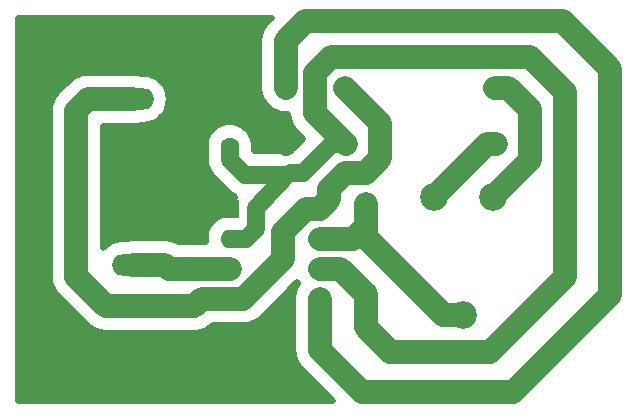
<source format=gbr>
G04 #@! TF.GenerationSoftware,KiCad,Pcbnew,(5.1.5)-3*
G04 #@! TF.CreationDate,2021-05-08T16:50:11+02:00*
G04 #@! TF.ProjectId,probador-servomotores,70726f62-6164-46f7-922d-736572766f6d,rev?*
G04 #@! TF.SameCoordinates,Original*
G04 #@! TF.FileFunction,Copper,L2,Bot*
G04 #@! TF.FilePolarity,Positive*
%FSLAX46Y46*%
G04 Gerber Fmt 4.6, Leading zero omitted, Abs format (unit mm)*
G04 Created by KiCad (PCBNEW (5.1.5)-3) date 2021-05-08 16:50:11*
%MOMM*%
%LPD*%
G04 APERTURE LIST*
%ADD10O,3.600000X1.800000*%
%ADD11C,0.100000*%
%ADD12C,1.600000*%
%ADD13R,1.600000X1.600000*%
%ADD14O,1.600000X1.600000*%
%ADD15C,2.340000*%
%ADD16C,0.250000*%
%ADD17C,1.500000*%
%ADD18C,2.000000*%
%ADD19C,0.500000*%
G04 APERTURE END LIST*
D10*
X137584000Y-44000000D03*
G04 #@! TA.AperFunction,ComponentPad*
D11*
G36*
X139158504Y-46601204D02*
G01*
X139182773Y-46604804D01*
X139206571Y-46610765D01*
X139229671Y-46619030D01*
X139251849Y-46629520D01*
X139272893Y-46642133D01*
X139292598Y-46656747D01*
X139310777Y-46673223D01*
X139327253Y-46691402D01*
X139341867Y-46711107D01*
X139354480Y-46732151D01*
X139364970Y-46754329D01*
X139373235Y-46777429D01*
X139379196Y-46801227D01*
X139382796Y-46825496D01*
X139384000Y-46850000D01*
X139384000Y-48150000D01*
X139382796Y-48174504D01*
X139379196Y-48198773D01*
X139373235Y-48222571D01*
X139364970Y-48245671D01*
X139354480Y-48267849D01*
X139341867Y-48288893D01*
X139327253Y-48308598D01*
X139310777Y-48326777D01*
X139292598Y-48343253D01*
X139272893Y-48357867D01*
X139251849Y-48370480D01*
X139229671Y-48380970D01*
X139206571Y-48389235D01*
X139182773Y-48395196D01*
X139158504Y-48398796D01*
X139134000Y-48400000D01*
X136034000Y-48400000D01*
X136009496Y-48398796D01*
X135985227Y-48395196D01*
X135961429Y-48389235D01*
X135938329Y-48380970D01*
X135916151Y-48370480D01*
X135895107Y-48357867D01*
X135875402Y-48343253D01*
X135857223Y-48326777D01*
X135840747Y-48308598D01*
X135826133Y-48288893D01*
X135813520Y-48267849D01*
X135803030Y-48245671D01*
X135794765Y-48222571D01*
X135788804Y-48198773D01*
X135785204Y-48174504D01*
X135784000Y-48150000D01*
X135784000Y-46850000D01*
X135785204Y-46825496D01*
X135788804Y-46801227D01*
X135794765Y-46777429D01*
X135803030Y-46754329D01*
X135813520Y-46732151D01*
X135826133Y-46711107D01*
X135840747Y-46691402D01*
X135857223Y-46673223D01*
X135875402Y-46656747D01*
X135895107Y-46642133D01*
X135916151Y-46629520D01*
X135938329Y-46619030D01*
X135961429Y-46610765D01*
X135985227Y-46604804D01*
X136009496Y-46601204D01*
X136034000Y-46600000D01*
X139134000Y-46600000D01*
X139158504Y-46601204D01*
G37*
G04 #@! TD.AperFunction*
D12*
X145794000Y-43000000D03*
X145794000Y-48000000D03*
X150544000Y-43000000D03*
X150544000Y-48000000D03*
D13*
X157294000Y-60500000D03*
D14*
X157294000Y-52880000D03*
D12*
X155544000Y-43000000D03*
D14*
X168244000Y-43000000D03*
X155594000Y-47750000D03*
D12*
X168294000Y-47750000D03*
D15*
X168044000Y-52250000D03*
X165544000Y-62250000D03*
X163044000Y-52250000D03*
D13*
X145794000Y-53250000D03*
D14*
X153414000Y-60870000D03*
X145794000Y-55790000D03*
X153414000Y-58330000D03*
X145794000Y-58330000D03*
X153414000Y-55790000D03*
X145794000Y-60870000D03*
X153414000Y-53250000D03*
G04 #@! TA.AperFunction,ComponentPad*
D11*
G36*
X139158504Y-60601204D02*
G01*
X139182773Y-60604804D01*
X139206571Y-60610765D01*
X139229671Y-60619030D01*
X139251849Y-60629520D01*
X139272893Y-60642133D01*
X139292598Y-60656747D01*
X139310777Y-60673223D01*
X139327253Y-60691402D01*
X139341867Y-60711107D01*
X139354480Y-60732151D01*
X139364970Y-60754329D01*
X139373235Y-60777429D01*
X139379196Y-60801227D01*
X139382796Y-60825496D01*
X139384000Y-60850000D01*
X139384000Y-62150000D01*
X139382796Y-62174504D01*
X139379196Y-62198773D01*
X139373235Y-62222571D01*
X139364970Y-62245671D01*
X139354480Y-62267849D01*
X139341867Y-62288893D01*
X139327253Y-62308598D01*
X139310777Y-62326777D01*
X139292598Y-62343253D01*
X139272893Y-62357867D01*
X139251849Y-62370480D01*
X139229671Y-62380970D01*
X139206571Y-62389235D01*
X139182773Y-62395196D01*
X139158504Y-62398796D01*
X139134000Y-62400000D01*
X136034000Y-62400000D01*
X136009496Y-62398796D01*
X135985227Y-62395196D01*
X135961429Y-62389235D01*
X135938329Y-62380970D01*
X135916151Y-62370480D01*
X135895107Y-62357867D01*
X135875402Y-62343253D01*
X135857223Y-62326777D01*
X135840747Y-62308598D01*
X135826133Y-62288893D01*
X135813520Y-62267849D01*
X135803030Y-62245671D01*
X135794765Y-62222571D01*
X135788804Y-62198773D01*
X135785204Y-62174504D01*
X135784000Y-62150000D01*
X135784000Y-60850000D01*
X135785204Y-60825496D01*
X135788804Y-60801227D01*
X135794765Y-60777429D01*
X135803030Y-60754329D01*
X135813520Y-60732151D01*
X135826133Y-60711107D01*
X135840747Y-60691402D01*
X135857223Y-60673223D01*
X135875402Y-60656747D01*
X135895107Y-60642133D01*
X135916151Y-60629520D01*
X135938329Y-60619030D01*
X135961429Y-60610765D01*
X135985227Y-60604804D01*
X136009496Y-60601204D01*
X136034000Y-60600000D01*
X139134000Y-60600000D01*
X139158504Y-60601204D01*
G37*
G04 #@! TD.AperFunction*
D10*
X137584000Y-58000000D03*
X137584000Y-54500000D03*
D16*
X145544000Y-53000000D02*
X145794000Y-53250000D01*
X143334000Y-53250000D02*
X137584000Y-47500000D01*
X145794000Y-53250000D02*
X143334000Y-53250000D01*
X141294000Y-47500000D02*
X145794000Y-43000000D01*
X137584000Y-47500000D02*
X141294000Y-47500000D01*
X145794000Y-43250000D02*
X145794000Y-43000000D01*
X150544000Y-48000000D02*
X145794000Y-43250000D01*
D17*
X137584000Y-54500000D02*
X137584000Y-47500000D01*
D18*
X155124000Y-58330000D02*
X157294000Y-60500000D01*
X153414000Y-58330000D02*
X155124000Y-58330000D01*
D17*
X152000000Y-50200000D02*
X154450000Y-47750000D01*
X147190000Y-55790000D02*
X148000000Y-54980000D01*
X145794000Y-55790000D02*
X147190000Y-55790000D01*
X151000000Y-50200000D02*
X152000000Y-50200000D01*
X148000000Y-54980000D02*
X148000000Y-53200000D01*
X145794000Y-49131370D02*
X147062630Y-50400000D01*
X147062630Y-50400000D02*
X150600000Y-50400000D01*
X145794000Y-48000000D02*
X145794000Y-49131370D01*
X148000000Y-53200000D02*
X150600000Y-50400000D01*
X150600000Y-50400000D02*
X151000000Y-50200000D01*
X154450000Y-47750000D02*
X155594000Y-47750000D01*
D18*
X157294000Y-63300000D02*
X157294000Y-60500000D01*
X174200000Y-59000000D02*
X167800000Y-65400000D01*
X159394000Y-65400000D02*
X157294000Y-63300000D01*
X167800000Y-65400000D02*
X159394000Y-65400000D01*
X174200000Y-43400000D02*
X174200000Y-59000000D01*
X153000000Y-45156000D02*
X153000000Y-41800000D01*
X171200000Y-40400000D02*
X174200000Y-43400000D01*
X153000000Y-41800000D02*
X154400000Y-40400000D01*
X155594000Y-47750000D02*
X153000000Y-45156000D01*
X154400000Y-40400000D02*
X171200000Y-40400000D01*
X150544000Y-39056000D02*
X150544000Y-43000000D01*
X152200000Y-37400000D02*
X150544000Y-39056000D01*
X174000000Y-37400000D02*
X152200000Y-37400000D01*
X153414000Y-65214000D02*
X157000000Y-68800000D01*
X169800000Y-68800000D02*
X178000000Y-60600000D01*
X178000000Y-41400000D02*
X174000000Y-37400000D01*
X157000000Y-68800000D02*
X169800000Y-68800000D01*
X153414000Y-60870000D02*
X153414000Y-65214000D01*
X178000000Y-60600000D02*
X178000000Y-41400000D01*
X153414000Y-55790000D02*
X156254000Y-55790000D01*
X157294000Y-54750000D02*
X157294000Y-52880000D01*
X156254000Y-55790000D02*
X157294000Y-54750000D01*
X157294000Y-55654629D02*
X157294000Y-52880000D01*
X165544000Y-62250000D02*
X163889371Y-62250000D01*
X163889371Y-62250000D02*
X157294000Y-55654629D01*
X145794000Y-60870000D02*
X143424000Y-60870000D01*
X142794000Y-61500000D02*
X137584000Y-61500000D01*
X143424000Y-60870000D02*
X142794000Y-61500000D01*
X132794000Y-44990000D02*
X133784000Y-44000000D01*
X133784000Y-44000000D02*
X137584000Y-44000000D01*
X135294000Y-61500000D02*
X132794000Y-59000000D01*
X132794000Y-59000000D02*
X132794000Y-44990000D01*
X137584000Y-61500000D02*
X135294000Y-61500000D01*
X146925370Y-60870000D02*
X150294000Y-57501370D01*
X145794000Y-60870000D02*
X146925370Y-60870000D01*
X152282630Y-53250000D02*
X153414000Y-53250000D01*
X150294000Y-55238630D02*
X152282630Y-53250000D01*
X150294000Y-57501370D02*
X150294000Y-55238630D01*
X154213999Y-52450001D02*
X154213999Y-51580001D01*
X153414000Y-53250000D02*
X154213999Y-52450001D01*
X154213999Y-51580001D02*
X155544000Y-50250000D01*
X155544000Y-50250000D02*
X157294000Y-50250000D01*
X157294000Y-50250000D02*
X158544000Y-49000000D01*
X158544000Y-49000000D02*
X158544000Y-46000000D01*
X158544000Y-46000000D02*
X155544000Y-43000000D01*
D16*
X137914000Y-58330000D02*
X137584000Y-58000000D01*
D18*
X137584000Y-58000000D02*
X140294000Y-58000000D01*
X140624000Y-58330000D02*
X145794000Y-58330000D01*
X140294000Y-58000000D02*
X140624000Y-58330000D01*
D16*
X167994000Y-52200000D02*
X168044000Y-52250000D01*
D18*
X169375370Y-43000000D02*
X171200000Y-44824630D01*
X168244000Y-43000000D02*
X169375370Y-43000000D01*
X171200000Y-44824630D02*
X171200000Y-49094000D01*
X171200000Y-49094000D02*
X168044000Y-52250000D01*
X167544000Y-47750000D02*
X163044000Y-52250000D01*
X168294000Y-47750000D02*
X167544000Y-47750000D01*
D19*
G36*
X149031169Y-37386851D02*
G01*
X148945312Y-37457312D01*
X148664142Y-37799919D01*
X148455214Y-38190797D01*
X148326556Y-38614924D01*
X148297215Y-38912835D01*
X148283114Y-39056000D01*
X148294000Y-39166526D01*
X148294001Y-43110528D01*
X148326557Y-43441077D01*
X148455215Y-43865204D01*
X148664143Y-44256081D01*
X148945313Y-44598688D01*
X149287920Y-44879858D01*
X149678797Y-45088786D01*
X150102924Y-45217444D01*
X150544000Y-45260886D01*
X150747471Y-45240846D01*
X150750000Y-45266525D01*
X150750000Y-45266527D01*
X150782556Y-45597076D01*
X150911214Y-46021203D01*
X151120142Y-46412081D01*
X151401312Y-46754688D01*
X151487168Y-46825148D01*
X152016797Y-47354777D01*
X151171574Y-48200000D01*
X151027197Y-48200000D01*
X150857536Y-48195380D01*
X150733342Y-48216586D01*
X150607931Y-48228938D01*
X150539588Y-48249670D01*
X150469192Y-48261690D01*
X150351509Y-48306723D01*
X150230930Y-48343301D01*
X150124853Y-48400000D01*
X147891057Y-48400000D01*
X147818942Y-48327885D01*
X147844000Y-48201907D01*
X147844000Y-47798093D01*
X147765220Y-47402037D01*
X147610686Y-47028961D01*
X147386339Y-46693201D01*
X147100799Y-46407661D01*
X146765039Y-46183314D01*
X146391963Y-46028780D01*
X145995907Y-45950000D01*
X145592093Y-45950000D01*
X145196037Y-46028780D01*
X144822961Y-46183314D01*
X144487201Y-46407661D01*
X144201661Y-46693201D01*
X143977314Y-47028961D01*
X143822780Y-47402037D01*
X143744000Y-47798093D01*
X143744000Y-48201907D01*
X143794000Y-48453275D01*
X143794000Y-49033127D01*
X143784324Y-49131370D01*
X143794000Y-49229613D01*
X143794000Y-49229623D01*
X143822938Y-49523439D01*
X143937301Y-49900440D01*
X143994757Y-50007932D01*
X144123015Y-50247886D01*
X144206885Y-50350081D01*
X144372945Y-50552426D01*
X144449260Y-50615057D01*
X145578943Y-51744739D01*
X145641574Y-51821056D01*
X145717890Y-51883687D01*
X145717892Y-51883689D01*
X145946113Y-52070986D01*
X146187483Y-52200000D01*
X146247017Y-52231821D01*
X146218695Y-52289879D01*
X146143302Y-52430930D01*
X146132470Y-52466637D01*
X146116109Y-52500177D01*
X146075372Y-52654864D01*
X146028939Y-52807931D01*
X146025281Y-52845067D01*
X146015778Y-52881153D01*
X146006003Y-53040798D01*
X146000000Y-53101747D01*
X146000000Y-53138841D01*
X145991701Y-53274381D01*
X146000000Y-53335392D01*
X146000000Y-53740814D01*
X145995907Y-53740000D01*
X145592093Y-53740000D01*
X145196037Y-53818780D01*
X144822961Y-53973314D01*
X144487201Y-54197661D01*
X144201661Y-54483201D01*
X143977314Y-54818961D01*
X143822780Y-55192037D01*
X143744000Y-55588093D01*
X143744000Y-55991907D01*
X143761523Y-56080000D01*
X141474981Y-56080000D01*
X141159204Y-55911214D01*
X140735077Y-55782556D01*
X140404528Y-55750000D01*
X140404525Y-55750000D01*
X140294000Y-55739114D01*
X140183475Y-55750000D01*
X137473472Y-55750000D01*
X137142923Y-55782556D01*
X136920591Y-55850000D01*
X136578388Y-55850000D01*
X136262526Y-55881110D01*
X135857250Y-56004049D01*
X135483745Y-56203691D01*
X135156365Y-56472365D01*
X135044000Y-56609282D01*
X135044000Y-46250000D01*
X137694528Y-46250000D01*
X138025077Y-46217444D01*
X138247409Y-46150000D01*
X138589612Y-46150000D01*
X138905474Y-46118890D01*
X139310750Y-45995951D01*
X139684255Y-45796309D01*
X140011635Y-45527635D01*
X140280309Y-45200255D01*
X140479951Y-44826750D01*
X140602890Y-44421474D01*
X140644402Y-44000000D01*
X140602890Y-43578526D01*
X140479951Y-43173250D01*
X140280309Y-42799745D01*
X140011635Y-42472365D01*
X139684255Y-42203691D01*
X139310750Y-42004049D01*
X138905474Y-41881110D01*
X138589612Y-41850000D01*
X138247409Y-41850000D01*
X138025077Y-41782556D01*
X137694528Y-41750000D01*
X133894517Y-41750000D01*
X133783999Y-41739115D01*
X133673481Y-41750000D01*
X133673472Y-41750000D01*
X133342923Y-41782556D01*
X132918796Y-41911214D01*
X132527919Y-42120142D01*
X132185312Y-42401312D01*
X132114851Y-42487169D01*
X131281164Y-43320856D01*
X131195313Y-43391312D01*
X131124857Y-43477163D01*
X131124855Y-43477165D01*
X130914142Y-43733919D01*
X130705214Y-44124797D01*
X130576557Y-44548924D01*
X130533114Y-44990000D01*
X130544001Y-45100535D01*
X130544000Y-58889474D01*
X130533114Y-59000000D01*
X130544000Y-59110525D01*
X130544000Y-59110527D01*
X130576556Y-59441076D01*
X130705214Y-59865203D01*
X130914142Y-60256081D01*
X131195312Y-60598688D01*
X131281168Y-60669148D01*
X133624856Y-63012837D01*
X133695312Y-63098688D01*
X133781163Y-63169144D01*
X133781164Y-63169145D01*
X134037918Y-63379858D01*
X134300372Y-63520142D01*
X134428796Y-63588786D01*
X134852923Y-63717444D01*
X135183472Y-63750000D01*
X135183474Y-63750000D01*
X135294000Y-63760886D01*
X135404526Y-63750000D01*
X142683475Y-63750000D01*
X142794000Y-63760886D01*
X142904525Y-63750000D01*
X142904528Y-63750000D01*
X143235077Y-63717444D01*
X143659204Y-63588786D01*
X144050081Y-63379858D01*
X144366719Y-63120000D01*
X146814845Y-63120000D01*
X146925370Y-63130886D01*
X147035895Y-63120000D01*
X147035898Y-63120000D01*
X147366447Y-63087444D01*
X147790574Y-62958786D01*
X148181451Y-62749858D01*
X148524058Y-62468688D01*
X148594518Y-62382832D01*
X151484376Y-59492975D01*
X151534142Y-59586081D01*
X151545565Y-59600000D01*
X151534142Y-59613919D01*
X151325214Y-60004797D01*
X151196556Y-60428924D01*
X151164000Y-60759473D01*
X151164001Y-65103465D01*
X151153114Y-65214000D01*
X151196557Y-65655076D01*
X151325214Y-66079203D01*
X151534142Y-66470081D01*
X151744855Y-66726835D01*
X151815313Y-66812688D01*
X151901164Y-66883144D01*
X154543019Y-69525000D01*
X127875000Y-69525000D01*
X127875000Y-37075000D01*
X149343020Y-37075000D01*
X149031169Y-37386851D01*
G37*
X149031169Y-37386851D02*
X148945312Y-37457312D01*
X148664142Y-37799919D01*
X148455214Y-38190797D01*
X148326556Y-38614924D01*
X148297215Y-38912835D01*
X148283114Y-39056000D01*
X148294000Y-39166526D01*
X148294001Y-43110528D01*
X148326557Y-43441077D01*
X148455215Y-43865204D01*
X148664143Y-44256081D01*
X148945313Y-44598688D01*
X149287920Y-44879858D01*
X149678797Y-45088786D01*
X150102924Y-45217444D01*
X150544000Y-45260886D01*
X150747471Y-45240846D01*
X150750000Y-45266525D01*
X150750000Y-45266527D01*
X150782556Y-45597076D01*
X150911214Y-46021203D01*
X151120142Y-46412081D01*
X151401312Y-46754688D01*
X151487168Y-46825148D01*
X152016797Y-47354777D01*
X151171574Y-48200000D01*
X151027197Y-48200000D01*
X150857536Y-48195380D01*
X150733342Y-48216586D01*
X150607931Y-48228938D01*
X150539588Y-48249670D01*
X150469192Y-48261690D01*
X150351509Y-48306723D01*
X150230930Y-48343301D01*
X150124853Y-48400000D01*
X147891057Y-48400000D01*
X147818942Y-48327885D01*
X147844000Y-48201907D01*
X147844000Y-47798093D01*
X147765220Y-47402037D01*
X147610686Y-47028961D01*
X147386339Y-46693201D01*
X147100799Y-46407661D01*
X146765039Y-46183314D01*
X146391963Y-46028780D01*
X145995907Y-45950000D01*
X145592093Y-45950000D01*
X145196037Y-46028780D01*
X144822961Y-46183314D01*
X144487201Y-46407661D01*
X144201661Y-46693201D01*
X143977314Y-47028961D01*
X143822780Y-47402037D01*
X143744000Y-47798093D01*
X143744000Y-48201907D01*
X143794000Y-48453275D01*
X143794000Y-49033127D01*
X143784324Y-49131370D01*
X143794000Y-49229613D01*
X143794000Y-49229623D01*
X143822938Y-49523439D01*
X143937301Y-49900440D01*
X143994757Y-50007932D01*
X144123015Y-50247886D01*
X144206885Y-50350081D01*
X144372945Y-50552426D01*
X144449260Y-50615057D01*
X145578943Y-51744739D01*
X145641574Y-51821056D01*
X145717890Y-51883687D01*
X145717892Y-51883689D01*
X145946113Y-52070986D01*
X146187483Y-52200000D01*
X146247017Y-52231821D01*
X146218695Y-52289879D01*
X146143302Y-52430930D01*
X146132470Y-52466637D01*
X146116109Y-52500177D01*
X146075372Y-52654864D01*
X146028939Y-52807931D01*
X146025281Y-52845067D01*
X146015778Y-52881153D01*
X146006003Y-53040798D01*
X146000000Y-53101747D01*
X146000000Y-53138841D01*
X145991701Y-53274381D01*
X146000000Y-53335392D01*
X146000000Y-53740814D01*
X145995907Y-53740000D01*
X145592093Y-53740000D01*
X145196037Y-53818780D01*
X144822961Y-53973314D01*
X144487201Y-54197661D01*
X144201661Y-54483201D01*
X143977314Y-54818961D01*
X143822780Y-55192037D01*
X143744000Y-55588093D01*
X143744000Y-55991907D01*
X143761523Y-56080000D01*
X141474981Y-56080000D01*
X141159204Y-55911214D01*
X140735077Y-55782556D01*
X140404528Y-55750000D01*
X140404525Y-55750000D01*
X140294000Y-55739114D01*
X140183475Y-55750000D01*
X137473472Y-55750000D01*
X137142923Y-55782556D01*
X136920591Y-55850000D01*
X136578388Y-55850000D01*
X136262526Y-55881110D01*
X135857250Y-56004049D01*
X135483745Y-56203691D01*
X135156365Y-56472365D01*
X135044000Y-56609282D01*
X135044000Y-46250000D01*
X137694528Y-46250000D01*
X138025077Y-46217444D01*
X138247409Y-46150000D01*
X138589612Y-46150000D01*
X138905474Y-46118890D01*
X139310750Y-45995951D01*
X139684255Y-45796309D01*
X140011635Y-45527635D01*
X140280309Y-45200255D01*
X140479951Y-44826750D01*
X140602890Y-44421474D01*
X140644402Y-44000000D01*
X140602890Y-43578526D01*
X140479951Y-43173250D01*
X140280309Y-42799745D01*
X140011635Y-42472365D01*
X139684255Y-42203691D01*
X139310750Y-42004049D01*
X138905474Y-41881110D01*
X138589612Y-41850000D01*
X138247409Y-41850000D01*
X138025077Y-41782556D01*
X137694528Y-41750000D01*
X133894517Y-41750000D01*
X133783999Y-41739115D01*
X133673481Y-41750000D01*
X133673472Y-41750000D01*
X133342923Y-41782556D01*
X132918796Y-41911214D01*
X132527919Y-42120142D01*
X132185312Y-42401312D01*
X132114851Y-42487169D01*
X131281164Y-43320856D01*
X131195313Y-43391312D01*
X131124857Y-43477163D01*
X131124855Y-43477165D01*
X130914142Y-43733919D01*
X130705214Y-44124797D01*
X130576557Y-44548924D01*
X130533114Y-44990000D01*
X130544001Y-45100535D01*
X130544000Y-58889474D01*
X130533114Y-59000000D01*
X130544000Y-59110525D01*
X130544000Y-59110527D01*
X130576556Y-59441076D01*
X130705214Y-59865203D01*
X130914142Y-60256081D01*
X131195312Y-60598688D01*
X131281168Y-60669148D01*
X133624856Y-63012837D01*
X133695312Y-63098688D01*
X133781163Y-63169144D01*
X133781164Y-63169145D01*
X134037918Y-63379858D01*
X134300372Y-63520142D01*
X134428796Y-63588786D01*
X134852923Y-63717444D01*
X135183472Y-63750000D01*
X135183474Y-63750000D01*
X135294000Y-63760886D01*
X135404526Y-63750000D01*
X142683475Y-63750000D01*
X142794000Y-63760886D01*
X142904525Y-63750000D01*
X142904528Y-63750000D01*
X143235077Y-63717444D01*
X143659204Y-63588786D01*
X144050081Y-63379858D01*
X144366719Y-63120000D01*
X146814845Y-63120000D01*
X146925370Y-63130886D01*
X147035895Y-63120000D01*
X147035898Y-63120000D01*
X147366447Y-63087444D01*
X147790574Y-62958786D01*
X148181451Y-62749858D01*
X148524058Y-62468688D01*
X148594518Y-62382832D01*
X151484376Y-59492975D01*
X151534142Y-59586081D01*
X151545565Y-59600000D01*
X151534142Y-59613919D01*
X151325214Y-60004797D01*
X151196556Y-60428924D01*
X151164000Y-60759473D01*
X151164001Y-65103465D01*
X151153114Y-65214000D01*
X151196557Y-65655076D01*
X151325214Y-66079203D01*
X151534142Y-66470081D01*
X151744855Y-66726835D01*
X151815313Y-66812688D01*
X151901164Y-66883144D01*
X154543019Y-69525000D01*
X127875000Y-69525000D01*
X127875000Y-37075000D01*
X149343020Y-37075000D01*
X149031169Y-37386851D01*
M02*

</source>
